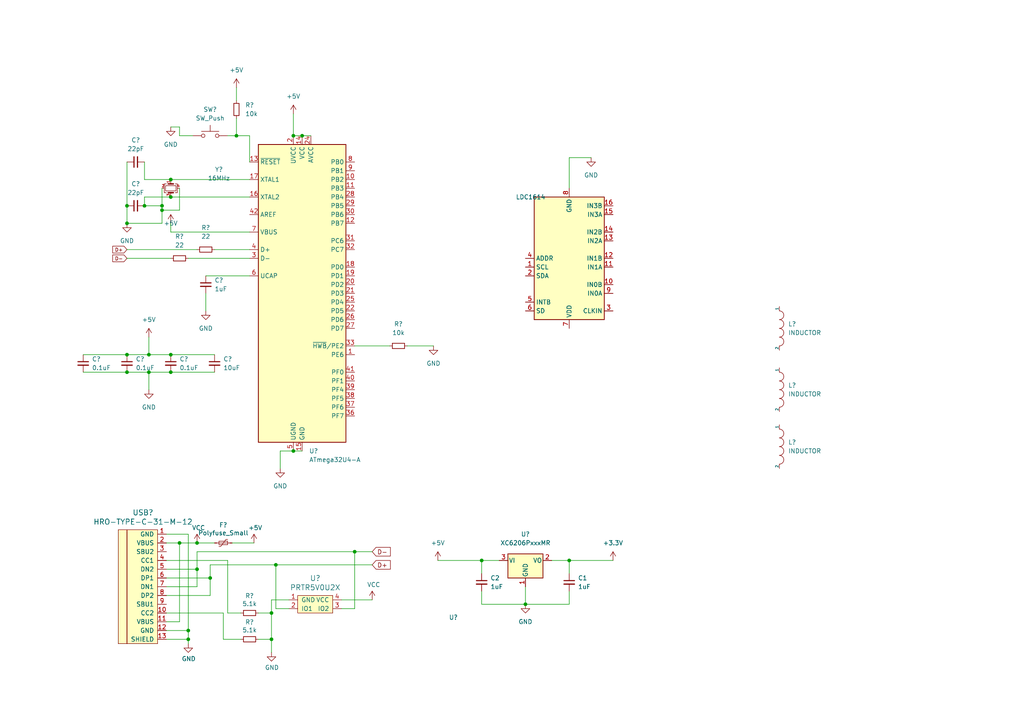
<source format=kicad_sch>
(kicad_sch (version 20211123) (generator eeschema)
  (paper "A4")
  (lib_symbols
    (symbol "Device:C_Small" (pin_numbers hide) (pin_names (offset 0.254) hide)
      (property "Reference" "C" (at 0.254 1.778 0))
      (property "Value" "C_Small" (at 0.254 -2.032 0))
      (symbol "C_Small_0_1"
        (polyline (pts (xy -1.524 -0.508) (xy 1.524 -0.508)) (stroke (width 0.3302)))
        (polyline (pts (xy -1.524 0.508) (xy 1.524 0.508)) (stroke (width 0.3048)))
      )
      (symbol "C_Small_1_1"
        (pin passive line (at 0 2.54 270) (length 2.032) (name "~") (number "1"))
        (pin passive line (at 0 -2.54 90) (length 2.032) (name "~") (number "2"))
      )
    )
    (symbol "Device:Crystal_GND24_Small" (pin_names (offset 1.016) hide)
      (property "Reference" "Y" (at 1.27 4.445 0))
      (property "Value" "Crystal_GND24_Small" (at 1.27 2.54 0))
      (symbol "Crystal_GND24_Small_0_1"
        (rectangle (start -0.762 -1.524) (end 0.762 1.524))
        (polyline (pts (xy -1.27 -0.762) (xy -1.27 0.762)) (stroke (width 0.381)))
        (polyline (pts (xy 1.27 -0.762) (xy 1.27 0.762)) (stroke (width 0.381)))
        (polyline (pts (xy -1.27 -1.27) (xy -1.27 -1.905) (xy 1.27 -1.905) (xy 1.27 -1.27)))
        (polyline (pts (xy -1.27 1.27) (xy -1.27 1.905) (xy 1.27 1.905) (xy 1.27 1.27)))
      )
      (symbol "Crystal_GND24_Small_1_1"
        (pin passive line (at -2.54 0 0) (length 1.27) (name "1") (number "1"))
        (pin passive line (at 0 -2.54 90) (length 0.635) (name "2") (number "2"))
        (pin passive line (at 2.54 0 180) (length 1.27) (name "3") (number "3"))
        (pin passive line (at 0 2.54 270) (length 0.635) (name "4") (number "4"))
      )
    )
    (symbol "Device:Polyfuse_Small" (pin_numbers hide) (pin_names (offset 0))
      (property "Reference" "F" (at -1.905 0 90))
      (property "Value" "Polyfuse_Small" (at 1.905 0 90))
      (symbol "Polyfuse_Small_0_1"
        (rectangle (start -0.508 1.27) (end 0.508 -1.27))
        (polyline (pts (xy 0 2.54) (xy 0 -2.54)))
        (polyline (pts (xy -1.016 1.27) (xy -1.016 0.762) (xy 1.016 -0.762) (xy 1.016 -1.27)))
      )
      (symbol "Polyfuse_Small_1_1"
        (pin passive line (at 0 2.54 270) (length 0.635) (name "~") (number "1"))
        (pin passive line (at 0 -2.54 90) (length 0.635) (name "~") (number "2"))
      )
    )
    (symbol "Device:R_Small" (pin_numbers hide) (pin_names (offset 0.254) hide)
      (property "Reference" "R" (at 0.762 0.508 0))
      (property "Value" "R_Small" (at 0.762 -1.016 0))
      (symbol "R_Small_0_1"
        (rectangle (start -0.762 1.778) (end 0.762 -1.778) (stroke (width 0.2032)))
      )
      (symbol "R_Small_1_1"
        (pin passive line (at 0 2.54 270) (length 0.762) (name "~") (number "1"))
        (pin passive line (at 0 -2.54 90) (length 0.762) (name "~") (number "2"))
      )
    )
    (symbol "MCU_Microchip_ATmega:ATmega32U4-A"
      (property "Reference" "U" (at -12.7 44.45 0))
      (property "Value" "ATmega32U4-A" (at 2.54 -44.45 0))
      (symbol "ATmega32U4-A_0_1"
        (rectangle (start -12.7 -43.18) (end 12.7 43.18) (stroke (width 0.254)) (fill (type background)))
      )
      (symbol "ATmega32U4-A_1_1"
        (pin bidirectional line (at 15.24 -17.78 180) (length 2.54) (name "PE6") (number "1"))
        (pin bidirectional line (at 15.24 33.02 180) (length 2.54) (name "PB2") (number "10"))
        (pin bidirectional line (at 15.24 30.48 180) (length 2.54) (name "PB3") (number "11"))
        (pin bidirectional line (at 15.24 20.32 180) (length 2.54) (name "PB7") (number "12"))
        (pin input line (at -15.24 38.1 0) (length 2.54) (name "~{RESET}") (number "13"))
        (pin power_in line (at 0 45.72 270) (length 2.54) (name "VCC") (number "14"))
        (pin power_in line (at 0 -45.72 90) (length 2.54) (name "GND") (number "15"))
        (pin output line (at -15.24 27.94 0) (length 2.54) (name "XTAL2") (number "16"))
        (pin input line (at -15.24 33.02 0) (length 2.54) (name "XTAL1") (number "17"))
        (pin bidirectional line (at 15.24 7.62 180) (length 2.54) (name "PD0") (number "18"))
        (pin bidirectional line (at 15.24 5.08 180) (length 2.54) (name "PD1") (number "19"))
        (pin power_in line (at -2.54 45.72 270) (length 2.54) (name "UVCC") (number "2"))
        (pin bidirectional line (at 15.24 2.54 180) (length 2.54) (name "PD2") (number "20"))
        (pin bidirectional line (at 15.24 0 180) (length 2.54) (name "PD3") (number "21"))
        (pin bidirectional line (at 15.24 -5.08 180) (length 2.54) (name "PD5") (number "22"))
        (pin passive line (at 0 -45.72 90) (length 2.54) hide (name "GND") (number "23"))
        (pin power_in line (at 2.54 45.72 270) (length 2.54) (name "AVCC") (number "24"))
        (pin bidirectional line (at 15.24 -2.54 180) (length 2.54) (name "PD4") (number "25"))
        (pin bidirectional line (at 15.24 -7.62 180) (length 2.54) (name "PD6") (number "26"))
        (pin bidirectional line (at 15.24 -10.16 180) (length 2.54) (name "PD7") (number "27"))
        (pin bidirectional line (at 15.24 27.94 180) (length 2.54) (name "PB4") (number "28"))
        (pin bidirectional line (at 15.24 25.4 180) (length 2.54) (name "PB5") (number "29"))
        (pin bidirectional line (at -15.24 10.16 0) (length 2.54) (name "D-") (number "3"))
        (pin bidirectional line (at 15.24 22.86 180) (length 2.54) (name "PB6") (number "30"))
        (pin bidirectional line (at 15.24 15.24 180) (length 2.54) (name "PC6") (number "31"))
        (pin bidirectional line (at 15.24 12.7 180) (length 2.54) (name "PC7") (number "32"))
        (pin bidirectional line (at 15.24 -15.24 180) (length 2.54) (name "~{HWB}/PE2") (number "33"))
        (pin passive line (at 0 45.72 270) (length 2.54) hide (name "VCC") (number "34"))
        (pin passive line (at 0 -45.72 90) (length 2.54) hide (name "GND") (number "35"))
        (pin bidirectional line (at 15.24 -35.56 180) (length 2.54) (name "PF7") (number "36"))
        (pin bidirectional line (at 15.24 -33.02 180) (length 2.54) (name "PF6") (number "37"))
        (pin bidirectional line (at 15.24 -30.48 180) (length 2.54) (name "PF5") (number "38"))
        (pin bidirectional line (at 15.24 -27.94 180) (length 2.54) (name "PF4") (number "39"))
        (pin bidirectional line (at -15.24 12.7 0) (length 2.54) (name "D+") (number "4"))
        (pin bidirectional line (at 15.24 -25.4 180) (length 2.54) (name "PF1") (number "40"))
        (pin bidirectional line (at 15.24 -22.86 180) (length 2.54) (name "PF0") (number "41"))
        (pin passive line (at -15.24 22.86 0) (length 2.54) (name "AREF") (number "42"))
        (pin passive line (at 0 -45.72 90) (length 2.54) hide (name "GND") (number "43"))
        (pin passive line (at 2.54 45.72 270) (length 2.54) hide (name "AVCC") (number "44"))
        (pin passive line (at -2.54 -45.72 90) (length 2.54) (name "UGND") (number "5"))
        (pin passive line (at -15.24 5.08 0) (length 2.54) (name "UCAP") (number "6"))
        (pin input line (at -15.24 17.78 0) (length 2.54) (name "VBUS") (number "7"))
        (pin bidirectional line (at 15.24 38.1 180) (length 2.54) (name "PB0") (number "8"))
        (pin bidirectional line (at 15.24 35.56 180) (length 2.54) (name "PB1") (number "9"))
      )
    )
    (symbol "Regulator_Linear:XC6206PxxxMR" (pin_names (offset 0.254))
      (property "Reference" "U" (at -3.81 3.175 0))
      (property "Value" "XC6206PxxxMR" (at 0 3.175 0))
      (symbol "XC6206PxxxMR_0_1"
        (rectangle (start -5.08 1.905) (end 5.08 -5.08) (stroke (width 0.254)) (fill (type background)))
      )
      (symbol "XC6206PxxxMR_1_1"
        (pin power_in line (at 0 -7.62 90) (length 2.54) (name "GND") (number "1"))
        (pin power_out line (at 7.62 0 180) (length 2.54) (name "VO") (number "2"))
        (pin power_in line (at -7.62 0 0) (length 2.54) (name "VI") (number "3"))
      )
    )
    (symbol "Sensor_Proximity:LDC1614"
      (property "Reference" "U" (at -8.89 19.05 0))
      (property "Value" "LDC1614" (at 6.35 19.05 0))
      (symbol "LDC1614_0_1"
        (rectangle (start -10.16 -17.78) (end 10.16 17.78) (stroke (width 0.254)) (fill (type background)))
      )
      (symbol "LDC1614_1_1"
        (pin input line (at 12.7 2.54 180) (length 2.54) (name "SCL") (number "1"))
        (pin input line (at -12.7 7.62 0) (length 2.54) (name "IN0B") (number "10"))
        (pin input line (at -12.7 2.54 0) (length 2.54) (name "IN1A") (number "11"))
        (pin input line (at -12.7 0 0) (length 2.54) (name "IN1B") (number "12"))
        (pin input line (at -12.7 -5.08 0) (length 2.54) (name "IN2A") (number "13"))
        (pin input line (at -12.7 -7.62 0) (length 2.54) (name "IN2B") (number "14"))
        (pin input line (at -12.7 -12.7 0) (length 2.54) (name "IN3A") (number "15"))
        (pin input line (at -12.7 -15.24 0) (length 2.54) (name "IN3B") (number "16"))
        (pin passive line (at 0 -20.32 90) (length 2.54) hide (name "GND") (number "17"))
        (pin bidirectional line (at 12.7 5.08 180) (length 2.54) (name "SDA") (number "2"))
        (pin input line (at -12.7 15.24 0) (length 2.54) (name "CLKIN") (number "3"))
        (pin input line (at 12.7 0 180) (length 2.54) (name "ADDR") (number "4"))
        (pin open_collector line (at 12.7 12.7 180) (length 2.54) (name "INTB") (number "5"))
        (pin input line (at 12.7 15.24 180) (length 2.54) (name "SD") (number "6"))
        (pin power_in line (at 0 20.32 270) (length 2.54) (name "VDD") (number "7"))
        (pin power_in line (at 0 -20.32 90) (length 2.54) (name "GND") (number "8"))
        (pin input line (at -12.7 10.16 0) (length 2.54) (name "IN0A") (number "9"))
      )
    )
    (symbol "Switch:SW_Push" (pin_numbers hide) (pin_names (offset 1.016) hide)
      (property "Reference" "SW" (at 1.27 2.54 0))
      (property "Value" "SW_Push" (at 0 -1.524 0))
      (symbol "SW_Push_0_1"
        (circle (center -2.032 0) (radius 0.508))
        (polyline (pts (xy 0 1.27) (xy 0 3.048)))
        (polyline (pts (xy 2.54 1.27) (xy -2.54 1.27)))
        (circle (center 2.032 0) (radius 0.508))
        (pin passive line (at -5.08 0 0) (length 2.54) (name "1") (number "1"))
        (pin passive line (at 5.08 0 180) (length 2.54) (name "2") (number "2"))
      )
    )
    (symbol "Type-C:HRO-TYPE-C-31-M-12" (pin_names (offset 1.016))
      (property "Reference" "USB" (at -5.08 16.51 0))
      (property "Value" "HRO-TYPE-C-31-M-12" (at -10.16 -1.27 90))
      (symbol "HRO-TYPE-C-31-M-12_0_1"
        (rectangle (start -11.43 15.24) (end -8.89 -17.78) (fill (type background)))
        (rectangle (start 0 -17.78) (end -8.89 15.24) (fill (type background)))
      )
      (symbol "HRO-TYPE-C-31-M-12_1_1"
        (pin input line (at 2.54 13.97 180) (length 2.54) (name "GND") (number "1"))
        (pin input line (at 2.54 -8.89 180) (length 2.54) (name "CC2") (number "10"))
        (pin input line (at 2.54 -11.43 180) (length 2.54) (name "VBUS") (number "11"))
        (pin input line (at 2.54 -13.97 180) (length 2.54) (name "GND") (number "12"))
        (pin input line (at 2.54 -16.51 180) (length 2.54) (name "SHIELD") (number "13"))
        (pin input line (at 2.54 11.43 180) (length 2.54) (name "VBUS") (number "2"))
        (pin input line (at 2.54 8.89 180) (length 2.54) (name "SBU2") (number "3"))
        (pin input line (at 2.54 6.35 180) (length 2.54) (name "CC1") (number "4"))
        (pin input line (at 2.54 3.81 180) (length 2.54) (name "DN2") (number "5"))
        (pin input line (at 2.54 1.27 180) (length 2.54) (name "DP1") (number "6"))
        (pin input line (at 2.54 -1.27 180) (length 2.54) (name "DN1") (number "7"))
        (pin input line (at 2.54 -3.81 180) (length 2.54) (name "DP2") (number "8"))
        (pin input line (at 2.54 -6.35 180) (length 2.54) (name "SBU1") (number "9"))
      )
    )
    (symbol "power:+3.3V" (power) (pin_names (offset 0))
      (property "Value" "+3.3V" (at 0 3.556 0))
      (symbol "+3.3V_0_1"
        (polyline (pts (xy -0.762 1.27) (xy 0 2.54)))
        (polyline (pts (xy 0 0) (xy 0 2.54)))
        (polyline (pts (xy 0 2.54) (xy 0.762 1.27)))
      )
      (symbol "+3.3V_1_1"
        (pin power_in line (at 0 0 90) (length 0) hide (name "+3.3V") (number "1"))
      )
    )
    (symbol "power:+5V" (power) (pin_names (offset 0))
      (property "Value" "+5V" (at 0 3.556 0))
      (symbol "+5V_0_1"
        (polyline (pts (xy -0.762 1.27) (xy 0 2.54)))
        (polyline (pts (xy 0 0) (xy 0 2.54)))
        (polyline (pts (xy 0 2.54) (xy 0.762 1.27)))
      )
      (symbol "+5V_1_1"
        (pin power_in line (at 0 0 90) (length 0) hide (name "+5V") (number "1"))
      )
    )
    (symbol "power:GND" (power) (pin_names (offset 0))
      (property "Value" "GND" (at 0 -3.81 0))
      (symbol "GND_0_1"
        (polyline (pts (xy 0 0) (xy 0 -1.27) (xy 1.27 -1.27) (xy 0 -2.54) (xy -1.27 -1.27) (xy 0 -1.27)))
      )
      (symbol "GND_1_1"
        (pin power_in line (at 0 0 270) (length 0) hide (name "GND") (number "1"))
      )
    )
    (symbol "power:VCC" (power) (pin_names (offset 0))
      (property "Value" "VCC" (at 0 3.81 0))
      (symbol "VCC_0_1"
        (polyline (pts (xy -0.762 1.27) (xy 0 2.54)))
        (polyline (pts (xy 0 0) (xy 0 2.54)))
        (polyline (pts (xy 0 2.54) (xy 0.762 1.27)))
      )
      (symbol "VCC_1_1"
        (pin power_in line (at 0 0 90) (length 0) hide (name "VCC") (number "1"))
      )
    )
    (symbol "pspice:INDUCTOR" (pin_numbers hide) (pin_names (offset 0))
      (property "Reference" "L" (at 0 2.54 0))
      (property "Value" "INDUCTOR" (at 0 -1.27 0))
      (symbol "INDUCTOR_0_1"
        (arc (start -2.54 0) (mid -3.81 1.27) (end -5.08 0))
        (arc (start 0 0) (mid -1.27 1.27) (end -2.54 0))
        (arc (start 2.54 0) (mid 1.27 1.27) (end 0 0))
        (arc (start 5.08 0) (mid 3.81 1.27) (end 2.54 0))
      )
      (symbol "INDUCTOR_1_1"
        (pin input line (at -6.35 0 0) (length 1.27) (name "1") (number "1"))
        (pin input line (at 6.35 0 180) (length 1.27) (name "2") (number "2"))
      )
    )
    (symbol "random-keyboard-parts:PRTR5V0U2X" (pin_names (offset 1.016))
      (property "Reference" "U" (at 0 3.81 0))
      (property "Value" "PRTR5V0U2X" (at 0 -3.81 0))
      (symbol "PRTR5V0U2X_0_1"
        (rectangle (start -5.08 2.54) (end 5.08 -2.54) (fill (type background)))
      )
      (symbol "PRTR5V0U2X_1_1"
        (pin input line (at -7.62 1.27 0) (length 2.54) (name "GND") (number "1"))
        (pin input line (at -7.62 -1.27 0) (length 2.54) (name "IO1") (number "2"))
        (pin input line (at 7.62 -1.27 180) (length 2.54) (name "IO2") (number "3"))
        (pin input line (at 7.62 1.27 180) (length 2.54) (name "VCC") (number "4"))
      )
    )
  )
  (junction (at 57.15 157.48))
  (junction (at 78.74 177.8))
  (junction (at 49.53 107.95))
  (junction (at 60.96 167.64))
  (junction (at 36.83 107.95))
  (junction (at 54.61 185.42))
  (junction (at 80.01 163.83))
  (junction (at 152.4 175.26))
  (junction (at 78.74 185.42))
  (junction (at 46.99 60.96))
  (junction (at 102.87 160.02))
  (junction (at 36.83 64.77))
  (junction (at 57.15 165.1))
  (junction (at 85.09 130.81))
  (junction (at 165.1 162.56))
  (junction (at 41.91 59.69))
  (junction (at 43.18 102.87))
  (junction (at 139.7 162.56))
  (junction (at 49.53 102.87))
  (junction (at 87.63 39.37))
  (junction (at 43.18 107.95))
  (junction (at 85.09 39.37))
  (junction (at 52.07 157.48))
  (junction (at 36.83 59.69))
  (junction (at 54.61 182.88))
  (junction (at 49.53 57.15))
  (junction (at 46.99 59.69))
  (junction (at 68.58 39.37))
  (junction (at 49.53 52.07))
  (junction (at 36.83 102.87))
  (wire (pts (xy 46.99 60.96) (xy 46.99 64.77)))
  (wire (pts (xy 165.1 175.26) (xy 165.1 171.45)))
  (wire (pts (xy 78.74 177.8) (xy 78.74 185.42)))
  (wire (pts (xy 57.15 160.02) (xy 57.15 165.1)))
  (wire (pts (xy 36.83 74.93) (xy 49.53 74.93)))
  (wire (pts (xy 68.58 39.37) (xy 72.39 39.37)))
  (wire (pts (xy 52.07 54.61) (xy 52.07 60.96)))
  (wire (pts (xy 68.58 34.29) (xy 68.58 39.37)))
  (wire (pts (xy 152.4 170.18) (xy 152.4 175.26)))
  (wire (pts (xy 72.39 67.31) (xy 49.53 67.31)))
  (wire (pts (xy 64.77 177.8) (xy 64.77 185.42)))
  (wire (pts (xy 102.87 100.33) (xy 113.03 100.33)))
  (wire (pts (xy 62.23 72.39) (xy 72.39 72.39)))
  (wire (pts (xy 48.26 185.42) (xy 54.61 185.42)))
  (wire (pts (xy 66.04 162.56) (xy 48.26 162.56)))
  (wire (pts (xy 60.96 167.64) (xy 48.26 167.64)))
  (wire (pts (xy 52.07 180.34) (xy 52.07 157.48)))
  (wire (pts (xy 165.1 162.56) (xy 177.8 162.56)))
  (wire (pts (xy 165.1 54.61) (xy 165.1 45.72)))
  (wire (pts (xy 80.01 163.83) (xy 60.96 163.83)))
  (wire (pts (xy 107.95 160.02) (xy 102.87 160.02)))
  (wire (pts (xy 57.15 170.18) (xy 48.26 170.18)))
  (wire (pts (xy 139.7 162.56) (xy 139.7 166.37)))
  (wire (pts (xy 36.83 107.95) (xy 43.18 107.95)))
  (wire (pts (xy 139.7 175.26) (xy 152.4 175.26)))
  (wire (pts (xy 165.1 162.56) (xy 160.02 162.56)))
  (wire (pts (xy 49.53 107.95) (xy 62.23 107.95)))
  (wire (pts (xy 152.4 175.26) (xy 165.1 175.26)))
  (wire (pts (xy 83.82 176.53) (xy 80.01 176.53)))
  (wire (pts (xy 83.82 173.99) (xy 78.74 173.99)))
  (wire (pts (xy 66.04 177.8) (xy 66.04 162.56)))
  (wire (pts (xy 43.18 107.95) (xy 49.53 107.95)))
  (wire (pts (xy 72.39 46.99) (xy 72.39 39.37)))
  (wire (pts (xy 64.77 185.42) (xy 69.85 185.42)))
  (wire (pts (xy 118.11 100.33) (xy 125.73 100.33)))
  (wire (pts (xy 52.07 36.83) (xy 49.53 36.83)))
  (wire (pts (xy 67.31 157.48) (xy 73.66 157.48)))
  (wire (pts (xy 36.83 102.87) (xy 43.18 102.87)))
  (wire (pts (xy 139.7 162.56) (xy 144.78 162.56)))
  (wire (pts (xy 41.91 52.07) (xy 49.53 52.07)))
  (wire (pts (xy 102.87 160.02) (xy 102.87 176.53)))
  (wire (pts (xy 54.61 182.88) (xy 54.61 185.42)))
  (wire (pts (xy 48.26 180.34) (xy 52.07 180.34)))
  (wire (pts (xy 43.18 107.95) (xy 43.18 113.03)))
  (wire (pts (xy 69.85 177.8) (xy 66.04 177.8)))
  (wire (pts (xy 165.1 45.72) (xy 171.45 45.72)))
  (wire (pts (xy 49.53 52.07) (xy 72.39 52.07)))
  (wire (pts (xy 74.93 185.42) (xy 78.74 185.42)))
  (wire (pts (xy 41.91 52.07) (xy 41.91 46.99)))
  (wire (pts (xy 102.87 176.53) (xy 99.06 176.53)))
  (wire (pts (xy 36.83 59.69) (xy 36.83 64.77)))
  (wire (pts (xy 48.26 172.72) (xy 60.96 172.72)))
  (wire (pts (xy 54.61 74.93) (xy 72.39 74.93)))
  (wire (pts (xy 41.91 57.15) (xy 49.53 57.15)))
  (wire (pts (xy 46.99 59.69) (xy 46.99 60.96)))
  (wire (pts (xy 49.53 102.87) (xy 62.23 102.87)))
  (wire (pts (xy 87.63 130.81) (xy 85.09 130.81)))
  (wire (pts (xy 107.95 163.83) (xy 80.01 163.83)))
  (wire (pts (xy 102.87 160.02) (xy 57.15 160.02)))
  (wire (pts (xy 127 162.56) (xy 139.7 162.56)))
  (wire (pts (xy 48.26 177.8) (xy 64.77 177.8)))
  (wire (pts (xy 49.53 57.15) (xy 72.39 57.15)))
  (wire (pts (xy 36.83 46.99) (xy 36.83 59.69)))
  (wire (pts (xy 66.04 39.37) (xy 68.58 39.37)))
  (wire (pts (xy 54.61 182.88) (xy 48.26 182.88)))
  (wire (pts (xy 46.99 54.61) (xy 46.99 59.69)))
  (wire (pts (xy 24.13 102.87) (xy 36.83 102.87)))
  (wire (pts (xy 57.15 165.1) (xy 48.26 165.1)))
  (wire (pts (xy 107.95 173.99) (xy 99.06 173.99)))
  (wire (pts (xy 72.39 80.01) (xy 59.69 80.01)))
  (wire (pts (xy 87.63 39.37) (xy 85.09 39.37)))
  (wire (pts (xy 81.28 130.81) (xy 81.28 135.89)))
  (wire (pts (xy 48.26 157.48) (xy 52.07 157.48)))
  (wire (pts (xy 41.91 59.69) (xy 46.99 59.69)))
  (wire (pts (xy 85.09 130.81) (xy 81.28 130.81)))
  (wire (pts (xy 57.15 165.1) (xy 57.15 170.18)))
  (wire (pts (xy 49.53 67.31) (xy 49.53 64.77)))
  (wire (pts (xy 41.91 57.15) (xy 41.91 59.69)))
  (wire (pts (xy 74.93 177.8) (xy 78.74 177.8)))
  (wire (pts (xy 85.09 39.37) (xy 85.09 33.02)))
  (wire (pts (xy 165.1 166.37) (xy 165.1 162.56)))
  (wire (pts (xy 68.58 25.4) (xy 68.58 29.21)))
  (wire (pts (xy 43.18 102.87) (xy 49.53 102.87)))
  (wire (pts (xy 54.61 185.42) (xy 54.61 186.69)))
  (wire (pts (xy 36.83 72.39) (xy 57.15 72.39)))
  (wire (pts (xy 80.01 176.53) (xy 80.01 163.83)))
  (wire (pts (xy 57.15 157.48) (xy 62.23 157.48)))
  (wire (pts (xy 48.26 154.94) (xy 54.61 154.94)))
  (wire (pts (xy 78.74 185.42) (xy 78.74 189.23)))
  (wire (pts (xy 60.96 163.83) (xy 60.96 167.64)))
  (wire (pts (xy 90.17 39.37) (xy 87.63 39.37)))
  (wire (pts (xy 52.07 39.37) (xy 52.07 36.83)))
  (wire (pts (xy 46.99 60.96) (xy 52.07 60.96)))
  (wire (pts (xy 36.83 64.77) (xy 46.99 64.77)))
  (wire (pts (xy 78.74 173.99) (xy 78.74 177.8)))
  (wire (pts (xy 60.96 172.72) (xy 60.96 167.64)))
  (wire (pts (xy 52.07 157.48) (xy 57.15 157.48)))
  (wire (pts (xy 43.18 97.79) (xy 43.18 102.87)))
  (wire (pts (xy 54.61 154.94) (xy 54.61 182.88)))
  (wire (pts (xy 139.7 171.45) (xy 139.7 175.26)))
  (wire (pts (xy 59.69 85.09) (xy 59.69 90.17)))
  (wire (pts (xy 55.88 39.37) (xy 52.07 39.37)))
  (wire (pts (xy 24.13 107.95) (xy 36.83 107.95)))
  (global_label "D-" (shape input) (at 107.95 160.02 0) (property "Intersheet References" "${INTERSHEET_REFS}" (effects hide)))
  (global_label "D+" (shape input) (at 107.95 163.83 0) (property "Intersheet References" "${INTERSHEET_REFS}" (effects hide)))
  (global_label "D+" (shape input) (at 36.83 72.39 180) (effects (font (size 1 1))) (property "Intersheet References" "${INTERSHEET_REFS}" (effects hide)))
  (global_label "D-" (shape input) (at 36.83 74.93 180) (effects (font (size 1 1))) (property "Intersheet References" "${INTERSHEET_REFS}" (effects hide)))
  (symbol (lib_id "power:GND") (at 81.28 135.89 0) (unit 1)
    (property "Reference" "#PWR?" (effects hide))
    (property "Value" "GND" (at 81.28 140.97 0))
  )
  (symbol (lib_id "Device:C_Small") (at 165.1 168.91 0) (unit 1)
    (property "Reference" "C1" (at 167.64 167.6462 0) (effects (justify left)))
    (property "Value" "1uF" (at 167.64 170.1862 0) (effects (justify left)))
  )
  (symbol (lib_id "power:+5V") (at 73.66 157.48 0) (unit 1)
    (property "Reference" "#PWR?" (effects hide))
    (property "Value" "+5V" (at 74.041 153.0858 0))
  )
  (symbol (lib_id "Device:C_Small") (at 49.53 105.41 0) (unit 1)
    (property "Reference" "C?" (at 52.07 104.1462 0) (effects (justify left)))
    (property "Value" "0.1uF" (at 52.07 106.6862 0) (effects (justify left)))
  )
  (symbol (lib_id "power:GND") (at 152.4 175.26 0) (unit 1)
    (property "Reference" "#PWR?" (effects hide))
    (property "Value" "GND" (at 152.4 180.34 0))
  )
  (symbol (lib_id "power:GND") (at 36.83 64.77 0) (unit 1)
    (property "Reference" "#PWR?" (effects hide))
    (property "Value" "GND" (at 36.83 69.85 0))
  )
  (symbol (lib_id "Device:R_Small") (at 59.69 72.39 90) (unit 1)
    (property "Reference" "R?" (at 59.69 66.04 90))
    (property "Value" "22" (at 59.69 68.58 90))
  )
  (symbol (lib_id "Device:C_Small") (at 39.37 46.99 90) (unit 1)
    (property "Reference" "C?" (at 39.3763 40.64 90))
    (property "Value" "22pF" (at 39.3763 43.18 90))
  )
  (symbol (lib_id "power:GND") (at 59.69 90.17 0) (unit 1)
    (property "Reference" "#PWR?" (effects hide))
    (property "Value" "GND" (at 59.69 95.25 0))
  )
  (symbol (lib_id "power:+5V") (at 43.18 97.79 0) (unit 1)
    (property "Reference" "#PWR?" (effects hide))
    (property "Value" "+5V" (at 43.18 92.71 0))
  )
  (symbol (lib_id "Device:C_Small") (at 59.69 82.55 0) (unit 1)
    (property "Reference" "C?" (at 62.23 81.2862 0) (effects (justify left)))
    (property "Value" "1uF" (at 62.23 83.8262 0) (effects (justify left)))
  )
  (symbol (lib_id "pspice:INDUCTOR") (at 226.06 95.25 270) (unit 1)
    (property "Reference" "L?" (at 228.6 93.9799 90) (effects (justify left)))
    (property "Value" "INDUCTOR" (at 228.6 96.5199 90) (effects (justify left)))
  )
  (symbol (lib_id "power:+5V") (at 49.53 64.77 0) (unit 1)
    (property "Reference" "#PWR?" (effects hide))
    (property "Value" "+5V" (at 49.53 64.77 0))
  )
  (symbol (lib_id "pspice:INDUCTOR") (at 226.06 129.54 270) (unit 1)
    (property "Reference" "L?" (at 228.6 128.2699 90) (effects (justify left)))
    (property "Value" "INDUCTOR" (at 228.6 130.8099 90) (effects (justify left)))
  )
  (symbol (lib_id "power:GND") (at 171.45 45.72 0) (unit 1)
    (property "Reference" "#PWR?" (effects hide))
    (property "Value" "GND" (at 171.45 50.8 0))
  )
  (symbol (lib_id "Sensor_Proximity:LDC1614") (at 165.1 74.93 180) (unit 1)
    (property "Reference" "U?" (at 132.8294 179.07 0) (effects (justify left)))
    (property "Value" "LDC1614" (at 158.2294 57.15 0) (effects (justify left)))
    (property "Footprint" "Package_DFN_QFN:WQFN-16-1EP_4x4mm_P0.5mm_EP2.6x2.6mm_ThermalVias" (effects hide))
    (property "Datasheet" "http://www.ti.com/lit/ds/symlink/ldc1612.pdf" (effects hide))
  )
  (symbol (lib_id "Device:R_Small") (at 52.07 74.93 90) (unit 1)
    (property "Reference" "R?" (at 52.07 68.58 90))
    (property "Value" "22" (at 52.07 71.12 90))
  )
  (symbol (lib_id "power:+5V") (at 127 162.56 0) (unit 1)
    (property "Reference" "#PWR?" (effects hide))
    (property "Value" "+5V" (at 127 157.48 0))
  )
  (symbol (lib_id "Device:R_Small") (at 72.39 185.42 270) (unit 1)
    (property "Reference" "R?" (at 72.39 180.4416 90))
    (property "Value" "5.1k" (at 72.39 182.753 90))
    (property "Footprint" "Resistor_SMD:R_0805_2012Metric_Pad1.15x1.40mm_HandSolder" (effects hide))
  )
  (symbol (lib_id "Device:R_Small") (at 72.39 177.8 270) (unit 1)
    (property "Reference" "R?" (at 72.39 172.8216 90))
    (property "Value" "5.1k" (at 72.39 175.133 90))
    (property "Footprint" "Resistor_SMD:R_0805_2012Metric_Pad1.15x1.40mm_HandSolder" (effects hide))
  )
  (symbol (lib_id "power:+3.3V") (at 177.8 162.56 0) (unit 1)
    (property "Reference" "#PWR?" (effects hide))
    (property "Value" "+3.3V" (at 177.8 157.48 0))
  )
  (symbol (lib_id "Device:C_Small") (at 39.37 59.69 90) (unit 1)
    (property "Reference" "C?" (at 39.3763 53.34 90))
    (property "Value" "22pF" (at 39.3763 55.88 90))
  )
  (symbol (lib_id "Device:Crystal_GND24_Small") (at 49.53 54.61 270) (unit 1)
    (property "Reference" "Y?" (at 63.5 49.1488 90))
    (property "Value" "16MHz" (at 63.5 51.6888 90))
  )
  (symbol (lib_id "power:GND") (at 54.61 186.69 0) (unit 1)
    (property "Reference" "#PWR?" (effects hide))
    (property "Value" "GND" (at 54.737 191.0842 0))
  )
  (symbol (lib_id "power:VCC") (at 107.95 173.99 0) (unit 1)
    (property "Reference" "#PWR?" (effects hide))
    (property "Value" "VCC" (at 108.3818 169.5958 0))
  )
  (symbol (lib_id "Device:C_Small") (at 139.7 168.91 0) (unit 1)
    (property "Reference" "C2" (at 142.24 167.6462 0) (effects (justify left)))
    (property "Value" "1uF" (at 142.24 170.1862 0) (effects (justify left)))
  )
  (symbol (lib_id "pspice:INDUCTOR") (at 226.06 113.03 270) (unit 1)
    (property "Reference" "L?" (at 228.6 111.7599 90) (effects (justify left)))
    (property "Value" "INDUCTOR" (at 228.6 114.2999 90) (effects (justify left)))
  )
  (symbol (lib_id "Device:R_Small") (at 68.58 31.75 0) (unit 1)
    (property "Reference" "R?" (at 71.12 30.4799 0) (effects (justify left)))
    (property "Value" "10k" (at 71.12 33.0199 0) (effects (justify left)))
  )
  (symbol (lib_id "Type-C:HRO-TYPE-C-31-M-12") (at 45.72 168.91 0) (unit 1)
    (property "Reference" "USB?" (at 41.4782 148.6662 0) (effects (font (size 1.524 1.524))))
    (property "Value" "HRO-TYPE-C-31-M-12" (at 41.4782 151.3586 0) (effects (font (size 1.524 1.524))))
    (property "Footprint" "Type-C:HRO-TYPE-C-31-M-12-HandSoldering" (effects hide))
  )
  (symbol (lib_id "Switch:SW_Push") (at 60.96 39.37 0) (unit 1)
    (property "Reference" "SW?" (at 60.96 31.75 0))
    (property "Value" "SW_Push" (at 60.96 34.29 0))
  )
  (symbol (lib_id "power:GND") (at 125.73 100.33 0) (unit 1)
    (property "Reference" "#PWR?" (effects hide))
    (property "Value" "GND" (at 125.73 105.41 0))
  )
  (symbol (lib_id "random-keyboard-parts:PRTR5V0U2X") (at 91.44 175.26 0) (unit 1)
    (property "Reference" "U?" (at 91.44 167.7162 0) (effects (font (size 1.524 1.524))))
    (property "Value" "PRTR5V0U2X" (at 91.44 170.4086 0) (effects (font (size 1.524 1.524))))
    (property "Footprint" "random-keyboard-parts:SOT143B" (effects hide))
  )
  (symbol (lib_id "Device:C_Small") (at 24.13 105.41 0) (unit 1)
    (property "Reference" "C?" (at 26.67 104.1462 0) (effects (justify left)))
    (property "Value" "0.1uF" (at 26.67 106.6862 0) (effects (justify left)))
  )
  (symbol (lib_id "power:GND") (at 78.74 189.23 0) (unit 1)
    (property "Reference" "#PWR?" (effects hide))
    (property "Value" "GND" (at 78.867 193.6242 0))
  )
  (symbol (lib_id "power:+5V") (at 85.09 33.02 0) (unit 1)
    (property "Reference" "#PWR?" (effects hide))
    (property "Value" "+5V" (at 85.09 27.94 0))
  )
  (symbol (lib_id "power:GND") (at 49.53 36.83 0) (unit 1)
    (property "Reference" "#PWR?" (effects hide))
    (property "Value" "GND" (at 49.53 41.91 0))
  )
  (symbol (lib_id "Device:C_Small") (at 62.23 105.41 0) (unit 1)
    (property "Reference" "C?" (at 64.77 104.1462 0) (effects (justify left)))
    (property "Value" "10uF" (at 64.77 106.6862 0) (effects (justify left)))
  )
  (symbol (lib_id "Regulator_Linear:XC6206PxxxMR") (at 152.4 162.56 0) (unit 1)
    (property "Reference" "U?" (at 152.4 154.94 0))
    (property "Value" "XC6206PxxxMR" (at 152.4 157.48 0))
    (property "Footprint" "Package_TO_SOT_SMD:SOT-23-3" (effects hide))
    (property "Datasheet" "https://www.torexsemi.com/file/xc6206/XC6206.pdf" (effects hide))
  )
  (symbol (lib_id "MCU_Microchip_ATmega:ATmega32U4-A") (at 87.63 85.09 0) (unit 1)
    (property "Reference" "U?" (at 89.6494 130.81 0) (effects (justify left)))
    (property "Value" "ATmega32U4-A" (at 89.6494 133.35 0) (effects (justify left)))
    (property "Footprint" "Package_QFP:TQFP-44_10x10mm_P0.8mm" (effects hide))
    (property "Datasheet" "http://ww1.microchip.com/downloads/en/DeviceDoc/Atmel-7766-8-bit-AVR-ATmega16U4-32U4_Datasheet.pdf" (effects hide))
  )
  (symbol (lib_id "power:GND") (at 43.18 113.03 0) (unit 1)
    (property "Reference" "#PWR?" (effects hide))
    (property "Value" "GND" (at 43.18 118.11 0))
  )
  (symbol (lib_id "power:+5V") (at 68.58 25.4 0) (unit 1)
    (property "Reference" "#PWR?" (effects hide))
    (property "Value" "+5V" (at 68.58 20.32 0))
  )
  (symbol (lib_id "Device:C_Small") (at 36.83 105.41 0) (unit 1)
    (property "Reference" "C?" (at 39.37 104.1462 0) (effects (justify left)))
    (property "Value" "0.1uF" (at 39.37 106.6862 0) (effects (justify left)))
  )
  (symbol (lib_id "Device:Polyfuse_Small") (at 64.77 157.48 270) (unit 1)
    (property "Reference" "F?" (at 64.77 152.273 90))
    (property "Value" "Polyfuse_Small" (at 64.77 154.5844 90))
    (property "Footprint" "Fuse:Fuse_1206_3216Metric_Pad1.42x1.75mm_HandSolder" (effects hide))
  )
  (symbol (lib_id "Device:R_Small") (at 115.57 100.33 90) (unit 1)
    (property "Reference" "R?" (at 115.57 93.98 90))
    (property "Value" "10k" (at 115.57 96.52 90))
  )
  (symbol (lib_id "power:VCC") (at 57.15 157.48 0) (unit 1)
    (property "Reference" "#PWR?" (effects hide))
    (property "Value" "VCC" (at 57.5818 153.0858 0))
  )
)
</source>
